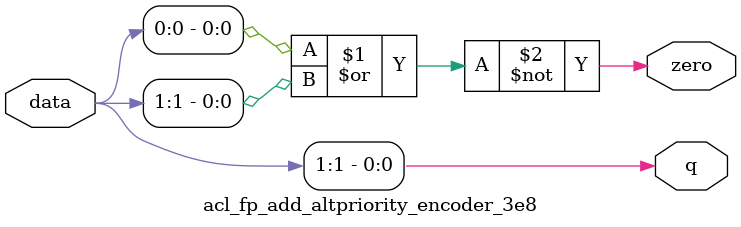
<source format=v>
module  acl_fp_add_altpriority_encoder_3e8
	( 
	data,
	q,
	zero) ;
	input   [1:0]  data;
	output   [0:0]  q;
	output   zero;
	assign
		q = {data[1]},
		zero = (~ (data[0] | data[1]));
endmodule
</source>
